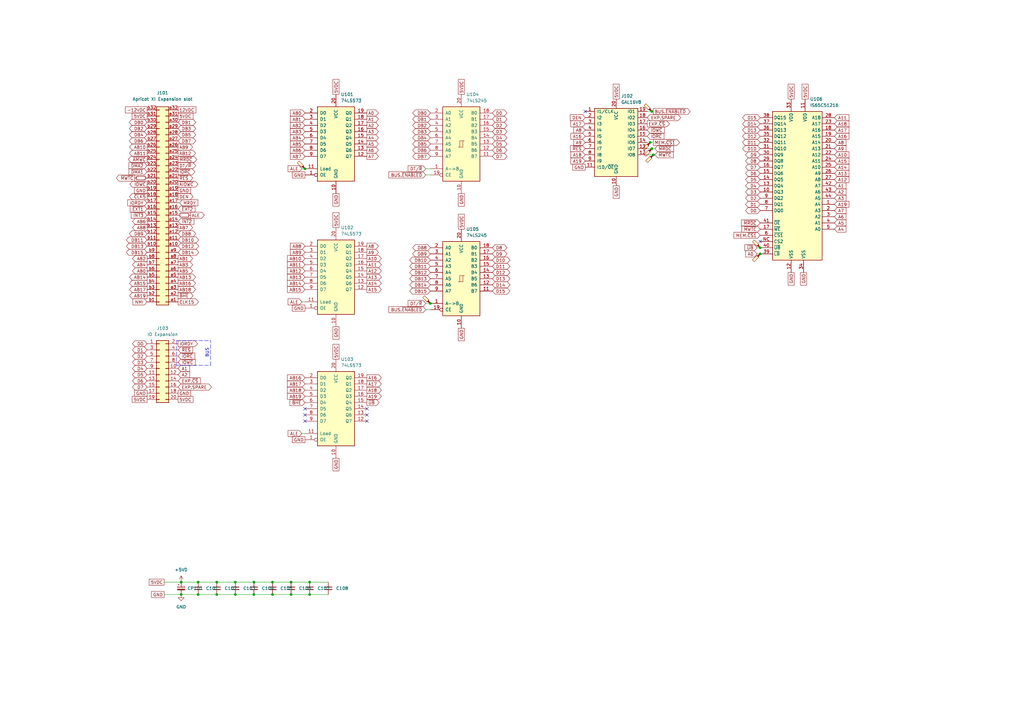
<source format=kicad_sch>
(kicad_sch (version 20211123) (generator eeschema)
  (paper "A3")
  (title_block (title "Apricot Xi Memory and IO Card") (date "2023-04-21") (rev "1.3.2") (company "Atsuko Ito"))
  (junction (at 104.14 238.76))
  (junction (at 311.785 101.6))
  (junction (at 96.52 243.84))
  (junction (at 74.295 243.84))
  (junction (at 119.38 243.84))
  (junction (at 127 243.84))
  (junction (at 267.97 63.5))
  (junction (at 267.335 60.96))
  (junction (at 96.52 238.76))
  (junction (at 88.9 243.84))
  (junction (at 81.28 243.84))
  (junction (at 81.28 238.76))
  (junction (at 176.53 124.46))
  (junction (at 74.295 238.76))
  (junction (at 125.095 69.215))
  (junction (at 88.9 238.76))
  (junction (at 111.76 243.84))
  (junction (at 311.785 104.14))
  (junction (at 119.38 238.76))
  (junction (at 127 238.76))
  (junction (at 266.7 58.42))
  (junction (at 111.76 238.76))
  (junction (at 104.14 243.84))
  (junction (at 267.335 45.72))
  (no_connect (at 125.095 167.64))
  (no_connect (at 125.095 170.18))
  (no_connect (at 125.095 172.72))
  (no_connect (at 150.495 167.64))
  (no_connect (at 150.495 170.18))
  (no_connect (at 150.495 172.72))
  (no_connect (at 311.785 99.06))
  (no_connect (at 240.03 45.72))
  (wire (pts (xy 81.28 243.84) (xy 88.9 243.84)))
  (wire (pts (xy 96.52 238.76) (xy 104.14 238.76)))
  (wire (pts (xy 74.295 238.76) (xy 81.28 238.76)))
  (wire (pts (xy 267.97 45.72) (xy 267.335 45.72)))
  (wire (pts (xy 74.295 243.84) (xy 81.28 243.84)))
  (wire (pts (xy 174.625 71.755) (xy 176.53 71.755)))
  (wire (pts (xy 174.625 124.46) (xy 176.53 124.46)))
  (wire (pts (xy 268.605 63.5) (xy 267.97 63.5)))
  (wire (pts (xy 88.9 238.76) (xy 96.52 238.76)))
  (wire (pts (xy 96.52 243.84) (xy 104.14 243.84)))
  (wire (pts (xy 88.9 243.84) (xy 96.52 243.84)))
  (wire (pts (xy 123.825 123.825) (xy 125.095 123.825)))
  (polyline (pts (xy 86.36 149.86) (xy 86.36 139.7)))
  (wire (pts (xy 265.43 63.5) (xy 267.97 63.5)))
  (wire (pts (xy 119.38 238.76) (xy 127 238.76)))
  (wire (pts (xy 310.515 101.6) (xy 311.785 101.6)))
  (wire (pts (xy 310.515 104.14) (xy 311.785 104.14)))
  (wire (pts (xy 119.38 243.84) (xy 127 243.84)))
  (wire (pts (xy 265.43 60.96) (xy 267.335 60.96)))
  (wire (pts (xy 123.825 69.215) (xy 125.095 69.215)))
  (wire (pts (xy 265.43 45.72) (xy 267.335 45.72)))
  (wire (pts (xy 104.14 238.76) (xy 111.76 238.76)))
  (wire (pts (xy 174.625 127) (xy 176.53 127)))
  (polyline (pts (xy 72.39 149.86) (xy 86.36 149.86)))
  (wire (pts (xy 73.025 83.185) (xy 73.66 83.185)))
  (wire (pts (xy 266.7 58.42) (xy 265.43 58.42)))
  (wire (pts (xy 81.28 238.76) (xy 88.9 238.76)))
  (wire (pts (xy 127 243.84) (xy 134.62 243.84)))
  (wire (pts (xy 127 238.76) (xy 134.62 238.76)))
  (wire (pts (xy 111.76 238.76) (xy 119.38 238.76)))
  (wire (pts (xy 174.625 69.215) (xy 176.53 69.215)))
  (polyline (pts (xy 72.39 139.7) (xy 86.36 139.7)))
  (wire (pts (xy 123.825 177.8) (xy 125.095 177.8)))
  (polyline (pts (xy 72.39 139.7) (xy 72.39 149.86)))
  (wire (pts (xy 268.605 60.96) (xy 267.335 60.96)))
  (wire (pts (xy 111.76 243.84) (xy 119.38 243.84)))
  (wire (pts (xy 267.97 58.42) (xy 266.7 58.42)))
  (wire (pts (xy 67.31 243.84) (xy 74.295 243.84)))
  (wire (pts (xy 67.31 238.76) (xy 74.295 238.76)))
  (wire (pts (xy 104.14 243.84) (xy 111.76 243.84)))
  (text "BUS" (at 85.725 146.685 90) (effects (font (size 1.27 1.27)) (justify left bottom)))
  (global_label "~{EXT2}" (shape input) (at 73.025 85.725 0) (property "Intersheet References" "${INTERSHEET_REFS}" (effects hide)))
  (global_label "DB7" (shape bidirectional) (at 73.025 57.785 0) (property "Intersheet References" "${INTERSHEET_REFS}" (effects hide)))
  (global_label "D14" (shape bidirectional) (at 311.785 50.8 180) (property "Intersheet References" "${INTERSHEET_REFS}" (effects hide)))
  (global_label "~{RES}" (shape input) (at 240.03 60.96 180) (property "Intersheet References" "${INTERSHEET_REFS}" (effects hide)))
  (global_label "A15" (shape output) (at 150.495 118.745 0) (property "Intersheet References" "${INTERSHEET_REFS}" (effects hide)))
  (global_label "5VDC" (shape passive) (at 189.23 93.98 90) (property "Intersheet References" "${INTERSHEET_REFS}" (effects hide)))
  (global_label "~{EXT1}" (shape input) (at 60.325 85.725 180) (property "Intersheet References" "${INTERSHEET_REFS}" (effects hide)))
  (global_label "~{CLK5}" (shape output) (at 60.325 80.645 180) (property "Intersheet References" "${INTERSHEET_REFS}" (effects hide)))
  (global_label "AB15" (shape output) (at 60.325 116.205 180) (property "Intersheet References" "${INTERSHEET_REFS}" (effects hide)))
  (global_label "A11" (shape input) (at 342.265 48.26 0) (property "Intersheet References" "${INTERSHEET_REFS}" (effects hide)))
  (global_label "AB9" (shape input) (at 125.095 103.505 180) (property "Intersheet References" "${INTERSHEET_REFS}" (effects hide)))
  (global_label "D8" (shape bidirectional) (at 201.93 101.6 0) (property "Intersheet References" "${INTERSHEET_REFS}" (effects hide)))
  (global_label "A5" (shape output) (at 150.495 59.055 0) (property "Intersheet References" "${INTERSHEET_REFS}" (effects hide)))
  (global_label "NMI" (shape input) (at 60.325 123.825 180) (property "Intersheet References" "${INTERSHEET_REFS}" (effects hide)))
  (global_label "~{IORC}" (shape output) (at 73.025 70.485 0) (property "Intersheet References" "${INTERSHEET_REFS}" (effects hide)))
  (global_label "D6" (shape bidirectional) (at 311.785 71.12 180) (property "Intersheet References" "${INTERSHEET_REFS}" (effects hide)))
  (global_label "A17" (shape output) (at 150.495 157.48 0) (property "Intersheet References" "${INTERSHEET_REFS}" (effects hide)))
  (global_label "DB2" (shape bidirectional) (at 60.325 52.705 180) (property "Intersheet References" "${INTERSHEET_REFS}" (effects hide)))
  (global_label "DB12" (shape bidirectional) (at 73.025 100.965 0) (property "Intersheet References" "${INTERSHEET_REFS}" (effects hide)))
  (global_label "AB6" (shape output) (at 60.325 90.805 180) (property "Intersheet References" "${INTERSHEET_REFS}" (effects hide)))
  (global_label "IORDY" (shape output) (at 73.025 140.97 0) (property "Intersheet References" "${INTERSHEET_REFS}" (effects hide)))
  (global_label "~{MRDC}" (shape input) (at 268.605 60.96 0) (property "Intersheet References" "${INTERSHEET_REFS}" (effects hide)))
  (global_label "D7" (shape bidirectional) (at 60.325 158.75 180) (property "Intersheet References" "${INTERSHEET_REFS}" (effects hide)))
  (global_label "GND" (shape passive) (at 137.795 133.985 270) (property "Intersheet References" "${INTERSHEET_REFS}" (effects hide)))
  (global_label "D6" (shape bidirectional) (at 201.93 61.595 0) (property "Intersheet References" "${INTERSHEET_REFS}" (effects hide)))
  (global_label "AB16" (shape output) (at 73.025 116.205 0) (property "Intersheet References" "${INTERSHEET_REFS}" (effects hide)))
  (global_label "AB2" (shape input) (at 125.095 51.435 180) (property "Intersheet References" "${INTERSHEET_REFS}" (effects hide)))
  (global_label "A9" (shape input) (at 342.265 60.96 0) (property "Intersheet References" "${INTERSHEET_REFS}" (effects hide)))
  (global_label "AB14" (shape output) (at 60.325 113.665 180) (property "Intersheet References" "${INTERSHEET_REFS}" (effects hide)))
  (global_label "GND" (shape passive) (at 189.23 79.375 270) (property "Intersheet References" "${INTERSHEET_REFS}" (effects hide)))
  (global_label "DB1" (shape bidirectional) (at 73.025 50.165 0) (property "Intersheet References" "${INTERSHEET_REFS}" (effects hide)))
  (global_label "AB3" (shape input) (at 125.095 53.975 180) (property "Intersheet References" "${INTERSHEET_REFS}" (effects hide)))
  (global_label "AB15" (shape input) (at 125.095 118.745 180) (property "Intersheet References" "${INTERSHEET_REFS}" (effects hide)))
  (global_label "AB17" (shape output) (at 60.325 118.745 180) (property "Intersheet References" "${INTERSHEET_REFS}" (effects hide)))
  (global_label "DB11" (shape bidirectional) (at 60.325 98.425 180) (property "Intersheet References" "${INTERSHEET_REFS}" (effects hide)))
  (global_label "AB7" (shape output) (at 73.025 93.345 0) (property "Intersheet References" "${INTERSHEET_REFS}" (effects hide)))
  (global_label "AB4" (shape input) (at 125.095 56.515 180) (property "Intersheet References" "${INTERSHEET_REFS}" (effects hide)))
  (global_label "DB3" (shape bidirectional) (at 176.53 53.975 180) (property "Intersheet References" "${INTERSHEET_REFS}" (effects hide)))
  (global_label "~{BHE}" (shape input) (at 125.095 165.1 180) (property "Intersheet References" "${INTERSHEET_REFS}" (effects hide)))
  (global_label "AB4" (shape output) (at 60.325 108.585 180) (property "Intersheet References" "${INTERSHEET_REFS}" (effects hide)))
  (global_label "DEN" (shape input) (at 240.03 48.26 180) (property "Intersheet References" "${INTERSHEET_REFS}" (effects hide)))
  (global_label "~{DMA2}" (shape input) (at 60.325 67.945 180) (property "Intersheet References" "${INTERSHEET_REFS}" (effects hide)))
  (global_label "D13" (shape bidirectional) (at 311.785 53.34 180) (property "Intersheet References" "${INTERSHEET_REFS}" (effects hide)))
  (global_label "A17" (shape input) (at 342.265 53.34 0) (property "Intersheet References" "${INTERSHEET_REFS}" (effects hide)))
  (global_label "12VDC" (shape passive) (at 73.025 45.085 0) (property "Intersheet References" "${INTERSHEET_REFS}" (effects hide)))
  (global_label "D4" (shape bidirectional) (at 201.93 56.515 0) (property "Intersheet References" "${INTERSHEET_REFS}" (effects hide)))
  (global_label "BUS.~{ENABLED}" (shape output) (at 267.97 45.72 0) (property "Intersheet References" "${INTERSHEET_REFS}" (effects hide)))
  (global_label "BUS.~{ENABLED}" (shape input) (at 174.625 71.755 180) (property "Intersheet References" "${INTERSHEET_REFS}" (effects hide)))
  (global_label "DB15" (shape bidirectional) (at 60.325 103.505 180) (property "Intersheet References" "${INTERSHEET_REFS}" (effects hide)))
  (global_label "~{IORC}" (shape input) (at 265.43 55.88 0) (property "Intersheet References" "${INTERSHEET_REFS}" (effects hide)))
  (global_label "A2" (shape input) (at 342.265 78.74 0) (property "Intersheet References" "${INTERSHEET_REFS}" (effects hide)))
  (global_label "DB4" (shape bidirectional) (at 60.325 55.245 180) (property "Intersheet References" "${INTERSHEET_REFS}" (effects hide)))
  (global_label "GND" (shape passive) (at 60.325 78.105 180) (property "Intersheet References" "${INTERSHEET_REFS}" (effects hide)))
  (global_label "AB5" (shape output) (at 73.025 111.125 0) (property "Intersheet References" "${INTERSHEET_REFS}" (effects hide)))
  (global_label "-12VDC" (shape passive) (at 60.325 45.085 180) (property "Intersheet References" "${INTERSHEET_REFS}" (effects hide)))
  (global_label "AB2" (shape output) (at 60.325 106.045 180) (property "Intersheet References" "${INTERSHEET_REFS}" (effects hide)))
  (global_label "AB1" (shape input) (at 125.095 48.895 180) (property "Intersheet References" "${INTERSHEET_REFS}" (effects hide)))
  (global_label "AB7" (shape input) (at 125.095 64.135 180) (property "Intersheet References" "${INTERSHEET_REFS}" (effects hide)))
  (global_label "DB8" (shape bidirectional) (at 176.53 101.6 180) (property "Intersheet References" "${INTERSHEET_REFS}" (effects hide)))
  (global_label "D7" (shape bidirectional) (at 311.785 68.58 180) (property "Intersheet References" "${INTERSHEET_REFS}" (effects hide)))
  (global_label "D1" (shape bidirectional) (at 311.785 83.82 180) (property "Intersheet References" "${INTERSHEET_REFS}" (effects hide)))
  (global_label "~{RES}" (shape input) (at 73.025 143.51 0) (property "Intersheet References" "${INTERSHEET_REFS}" (effects hide)))
  (global_label "AB1" (shape output) (at 73.025 106.045 0) (property "Intersheet References" "${INTERSHEET_REFS}" (effects hide)))
  (global_label "A12" (shape output) (at 150.495 111.125 0) (property "Intersheet References" "${INTERSHEET_REFS}" (effects hide)))
  (global_label "A17" (shape input) (at 240.03 50.8 180) (property "Intersheet References" "${INTERSHEET_REFS}" (effects hide)))
  (global_label "AB11" (shape output) (at 60.325 62.865 180) (property "Intersheet References" "${INTERSHEET_REFS}" (effects hide)))
  (global_label "MEM.~{CS1}" (shape output) (at 267.97 58.42 0) (property "Intersheet References" "${INTERSHEET_REFS}" (effects hide)))
  (global_label "AB9" (shape output) (at 73.025 60.325 0) (property "Intersheet References" "${INTERSHEET_REFS}" (effects hide)))
  (global_label "D13" (shape bidirectional) (at 201.93 114.3 0) (property "Intersheet References" "${INTERSHEET_REFS}" (effects hide)))
  (global_label "A18" (shape input) (at 342.265 50.8 0) (property "Intersheet References" "${INTERSHEET_REFS}" (effects hide)))
  (global_label "AB3" (shape output) (at 73.025 108.585 0) (property "Intersheet References" "${INTERSHEET_REFS}" (effects hide)))
  (global_label "~{DMA1}" (shape input) (at 60.325 70.485 180) (property "Intersheet References" "${INTERSHEET_REFS}" (effects hide)))
  (global_label "A11" (shape output) (at 150.495 108.585 0) (property "Intersheet References" "${INTERSHEET_REFS}" (effects hide)))
  (global_label "A13" (shape input) (at 342.265 71.12 0) (property "Intersheet References" "${INTERSHEET_REFS}" (effects hide)))
  (global_label "D5" (shape bidirectional) (at 60.325 153.67 180) (property "Intersheet References" "${INTERSHEET_REFS}" (effects hide)))
  (global_label "A1" (shape output) (at 150.495 48.895 0) (property "Intersheet References" "${INTERSHEET_REFS}" (effects hide)))
  (global_label "A14" (shape input) (at 342.265 68.58 0) (property "Intersheet References" "${INTERSHEET_REFS}" (effects hide)))
  (global_label "DB1" (shape bidirectional) (at 176.53 48.895 180) (property "Intersheet References" "${INTERSHEET_REFS}" (effects hide)))
  (global_label "GND" (shape passive) (at 67.31 243.84 180) (property "Intersheet References" "${INTERSHEET_REFS}" (effects hide)))
  (global_label "GND" (shape passive) (at 73.025 78.105 0) (property "Intersheet References" "${INTERSHEET_REFS}" (effects hide)))
  (global_label "GND" (shape passive) (at 125.095 126.365 180) (property "Intersheet References" "${INTERSHEET_REFS}" (effects hide)))
  (global_label "DT{slash}~{R}" (shape input) (at 174.625 69.215 180) (property "Intersheet References" "${INTERSHEET_REFS}" (effects hide)))
  (global_label "5VDC" (shape passive) (at 60.325 163.83 180) (property "Intersheet References" "${INTERSHEET_REFS}" (effects hide)))
  (global_label "DB3" (shape bidirectional) (at 73.025 52.705 0) (property "Intersheet References" "${INTERSHEET_REFS}" (effects hide)))
  (global_label "AB18" (shape input) (at 125.095 160.02 180) (property "Intersheet References" "${INTERSHEET_REFS}" (effects hide)))
  (global_label "D12" (shape bidirectional) (at 201.93 111.76 0) (property "Intersheet References" "${INTERSHEET_REFS}" (effects hide)))
  (global_label "A5" (shape input) (at 342.265 91.44 0) (property "Intersheet References" "${INTERSHEET_REFS}" (effects hide)))
  (global_label "D2" (shape bidirectional) (at 60.325 146.05 180) (property "Intersheet References" "${INTERSHEET_REFS}" (effects hide)))
  (global_label "D0" (shape bidirectional) (at 60.325 140.97 180) (property "Intersheet References" "${INTERSHEET_REFS}" (effects hide)))
  (global_label "~{MRDC}" (shape output) (at 73.025 65.405 0) (property "Intersheet References" "${INTERSHEET_REFS}" (effects hide)))
  (global_label "GND" (shape passive) (at 189.23 134.62 270) (property "Intersheet References" "${INTERSHEET_REFS}" (effects hide)))
  (global_label "~{IORC}" (shape input) (at 73.025 146.05 0) (property "Intersheet References" "${INTERSHEET_REFS}" (effects hide)))
  (global_label "GND" (shape passive) (at 125.095 71.755 180) (property "Intersheet References" "${INTERSHEET_REFS}" (effects hide)))
  (global_label "A9" (shape output) (at 150.495 103.505 0) (property "Intersheet References" "${INTERSHEET_REFS}" (effects hide)))
  (global_label "DB10" (shape bidirectional) (at 73.025 98.425 0) (property "Intersheet References" "${INTERSHEET_REFS}" (effects hide)))
  (global_label "D12" (shape bidirectional) (at 311.785 55.88 180) (property "Intersheet References" "${INTERSHEET_REFS}" (effects hide)))
  (global_label "~{AIOWC}" (shape output) (at 73.025 75.565 0) (property "Intersheet References" "${INTERSHEET_REFS}" (effects hide)))
  (global_label "EXP.SPARE" (shape bidirectional) (at 73.025 158.75 0) (property "Intersheet References" "${INTERSHEET_REFS}" (effects hide)))
  (global_label "D7" (shape bidirectional) (at 201.93 64.135 0) (property "Intersheet References" "${INTERSHEET_REFS}" (effects hide)))
  (global_label "DB9" (shape bidirectional) (at 60.325 95.885 180) (property "Intersheet References" "${INTERSHEET_REFS}" (effects hide)))
  (global_label "~{UB}" (shape input) (at 310.515 101.6 180) (property "Intersheet References" "${INTERSHEET_REFS}" (effects hide)))
  (global_label "D0" (shape bidirectional) (at 201.93 46.355 0) (property "Intersheet References" "${INTERSHEET_REFS}" (effects hide)))
  (global_label "5VDC" (shape passive) (at 73.025 47.625 0) (property "Intersheet References" "${INTERSHEET_REFS}" (effects hide)))
  (global_label "~{MWTC}" (shape output) (at 55.245 73.025 180) (property "Intersheet References" "${INTERSHEET_REFS}" (effects hide)))
  (global_label "A4" (shape output) (at 150.495 56.515 0) (property "Intersheet References" "${INTERSHEET_REFS}" (effects hide)))
  (global_label "DB5" (shape bidirectional) (at 73.025 55.245 0) (property "Intersheet References" "${INTERSHEET_REFS}" (effects hide)))
  (global_label "ALE" (shape input) (at 123.825 123.825 180) (property "Intersheet References" "${INTERSHEET_REFS}" (effects hide)))
  (global_label "D8" (shape bidirectional) (at 311.785 66.04 180) (property "Intersheet References" "${INTERSHEET_REFS}" (effects hide)))
  (global_label "AB19" (shape output) (at 60.325 121.285 180) (property "Intersheet References" "${INTERSHEET_REFS}" (effects hide)))
  (global_label "5VDC" (shape passive) (at 137.795 147.32 90) (property "Intersheet References" "${INTERSHEET_REFS}" (effects hide)))
  (global_label "A13" (shape output) (at 150.495 113.665 0) (property "Intersheet References" "${INTERSHEET_REFS}" (effects hide)))
  (global_label "D2" (shape bidirectional) (at 201.93 51.435 0) (property "Intersheet References" "${INTERSHEET_REFS}" (effects hide)))
  (global_label "A7" (shape input) (at 342.265 86.36 0) (property "Intersheet References" "${INTERSHEET_REFS}" (effects hide)))
  (global_label "A18" (shape input) (at 240.03 63.5 180) (property "Intersheet References" "${INTERSHEET_REFS}" (effects hide)))
  (global_label "DB11" (shape bidirectional) (at 176.53 109.22 180) (property "Intersheet References" "${INTERSHEET_REFS}" (effects hide)))
  (global_label "5VDC" (shape passive) (at 73.025 163.83 0) (property "Intersheet References" "${INTERSHEET_REFS}" (effects hide)))
  (global_label "A7" (shape output) (at 150.495 64.135 0) (property "Intersheet References" "${INTERSHEET_REFS}" (effects hide)))
  (global_label "~{UB}" (shape output) (at 150.495 165.1 0) (property "Intersheet References" "${INTERSHEET_REFS}" (effects hide)))
  (global_label "D10" (shape bidirectional) (at 311.785 60.96 180) (property "Intersheet References" "${INTERSHEET_REFS}" (effects hide)))
  (global_label "~{BHE}" (shape output) (at 73.025 121.285 0) (property "Intersheet References" "${INTERSHEET_REFS}" (effects hide)))
  (global_label "DB10" (shape bidirectional) (at 176.53 106.68 180) (property "Intersheet References" "${INTERSHEET_REFS}" (effects hide)))
  (global_label "MRDY" (shape input) (at 73.66 83.185 0) (property "Intersheet References" "${INTERSHEET_REFS}" (effects hide)))
  (global_label "D10" (shape bidirectional) (at 201.93 106.68 0) (property "Intersheet References" "${INTERSHEET_REFS}" (effects hide)))
  (global_label "ALE" (shape output) (at 78.105 88.265 0) (property "Intersheet References" "${INTERSHEET_REFS}" (effects hide)))
  (global_label "DB14" (shape bidirectional) (at 176.53 116.84 180) (property "Intersheet References" "${INTERSHEET_REFS}" (effects hide)))
  (global_label "DB2" (shape bidirectional) (at 176.53 51.435 180) (property "Intersheet References" "${INTERSHEET_REFS}" (effects hide)))
  (global_label "DB0" (shape bidirectional) (at 176.53 46.355 180) (property "Intersheet References" "${INTERSHEET_REFS}" (effects hide)))
  (global_label "~{AMWC}" (shape output) (at 60.325 65.405 180) (property "Intersheet References" "${INTERSHEET_REFS}" (effects hide)))
  (global_label "AB10" (shape input) (at 125.095 106.045 180) (property "Intersheet References" "${INTERSHEET_REFS}" (effects hide)))
  (global_label "5VDC" (shape passive) (at 60.325 47.625 180) (property "Intersheet References" "${INTERSHEET_REFS}" (effects hide)))
  (global_label "D1" (shape bidirectional) (at 60.325 143.51 180) (property "Intersheet References" "${INTERSHEET_REFS}" (effects hide)))
  (global_label "5VDC" (shape passive) (at 189.23 38.735 90) (property "Intersheet References" "${INTERSHEET_REFS}" (effects hide)))
  (global_label "A16" (shape output) (at 150.495 154.94 0) (property "Intersheet References" "${INTERSHEET_REFS}" (effects hide)))
  (global_label "AB16" (shape input) (at 125.095 154.94 180) (property "Intersheet References" "${INTERSHEET_REFS}" (effects hide)))
  (global_label "A18" (shape output) (at 150.495 160.02 0) (property "Intersheet References" "${INTERSHEET_REFS}" (effects hide)))
  (global_label "AB10" (shape output) (at 60.325 60.325 180) (property "Intersheet References" "${INTERSHEET_REFS}" (effects hide)))
  (global_label "5VDC" (shape passive) (at 324.485 40.64 90) (property "Intersheet References" "${INTERSHEET_REFS}" (effects hide)))
  (global_label "GND" (shape passive) (at 252.73 76.2 270) (property "Intersheet References" "${INTERSHEET_REFS}" (effects hide)))
  (global_label "D3" (shape bidirectional) (at 201.93 53.975 0) (property "Intersheet References" "${INTERSHEET_REFS}" (effects hide)))
  (global_label "A19" (shape output) (at 150.495 162.56 0) (property "Intersheet References" "${INTERSHEET_REFS}" (effects hide)))
  (global_label "~{INT3}" (shape input) (at 60.325 88.265 180) (property "Intersheet References" "${INTERSHEET_REFS}" (effects hide)))
  (global_label "MEM.~{CS1}" (shape input) (at 311.785 96.52 180) (property "Intersheet References" "${INTERSHEET_REFS}" (effects hide)))
  (global_label "DB9" (shape bidirectional) (at 176.53 104.14 180) (property "Intersheet References" "${INTERSHEET_REFS}" (effects hide)))
  (global_label "AB19" (shape input) (at 125.095 162.56 180) (property "Intersheet References" "${INTERSHEET_REFS}" (effects hide)))
  (global_label "A19" (shape input) (at 240.03 66.04 180) (property "Intersheet References" "${INTERSHEET_REFS}" (effects hide)))
  (global_label "A8" (shape input) (at 240.03 53.34 180) (property "Intersheet References" "${INTERSHEET_REFS}" (effects hide)))
  (global_label "AB12" (shape input) (at 125.095 111.125 180) (property "Intersheet References" "${INTERSHEET_REFS}" (effects hide)))
  (global_label "AB17" (shape input) (at 125.095 157.48 180) (property "Intersheet References" "${INTERSHEET_REFS}" (effects hide)))
  (global_label "D5" (shape bidirectional) (at 311.785 73.66 180) (property "Intersheet References" "${INTERSHEET_REFS}" (effects hide)))
  (global_label "A1" (shape input) (at 342.265 76.2 0) (property "Intersheet References" "${INTERSHEET_REFS}" (effects hide)))
  (global_label "A0" (shape output) (at 150.495 46.355 0) (property "Intersheet References" "${INTERSHEET_REFS}" (effects hide)))
  (global_label "DB8" (shape bidirectional) (at 73.025 95.885 0) (property "Intersheet References" "${INTERSHEET_REFS}" (effects hide)))
  (global_label "A8" (shape input) (at 342.265 58.42 0) (property "Intersheet References" "${INTERSHEET_REFS}" (effects hide)))
  (global_label "5VDC" (shape passive) (at 137.795 38.735 90) (property "Intersheet References" "${INTERSHEET_REFS}" (effects hide)))
  (global_label "AB14" (shape input) (at 125.095 116.205 180) (property "Intersheet References" "${INTERSHEET_REFS}" (effects hide)))
  (global_label "AB13" (shape output) (at 73.025 113.665 0) (property "Intersheet References" "${INTERSHEET_REFS}" (effects hide)))
  (global_label "~{MRDC}" (shape input) (at 311.785 91.44 180) (property "Intersheet References" "${INTERSHEET_REFS}" (effects hide)))
  (global_label "~{MWTC}" (shape input) (at 311.785 93.98 180) (property "Intersheet References" "${INTERSHEET_REFS}" (effects hide)))
  (global_label "GND" (shape passive) (at 329.565 111.76 270) (property "Intersheet References" "${INTERSHEET_REFS}" (effects hide)))
  (global_label "A0" (shape input) (at 310.515 104.14 180) (property "Intersheet References" "${INTERSHEET_REFS}" (effects hide)))
  (global_label "AB0" (shape output) (at 60.325 111.125 180) (property "Intersheet References" "${INTERSHEET_REFS}" (effects hide)))
  (global_label "A1" (shape input) (at 73.025 151.13 0) (property "Intersheet References" "${INTERSHEET_REFS}" (effects hide)))
  (global_label "AB8" (shape output) (at 60.325 93.345 180) (property "Intersheet References" "${INTERSHEET_REFS}" (effects hide)))
  (global_label "DB7" (shape bidirectional) (at 176.53 64.135 180) (property "Intersheet References" "${INTERSHEET_REFS}" (effects hide)))
  (global_label "~{IOWC}" (shape output) (at 60.325 75.565 180) (property "Intersheet References" "${INTERSHEET_REFS}" (effects hide)))
  (global_label "D9" (shape bidirectional) (at 311.785 63.5 180) (property "Intersheet References" "${INTERSHEET_REFS}" (effects hide)))
  (global_label "D15" (shape bidirectional) (at 201.93 119.38 0) (property "Intersheet References" "${INTERSHEET_REFS}" (effects hide)))
  (global_label "A12" (shape input) (at 342.265 73.66 0) (property "Intersheet References" "${INTERSHEET_REFS}" (effects hide)))
  (global_label "AB8" (shape input) (at 125.095 100.965 180) (property "Intersheet References" "${INTERSHEET_REFS}" (effects hide)))
  (global_label "A6" (shape input) (at 342.265 88.9 0) (property "Intersheet References" "${INTERSHEET_REFS}" (effects hide)))
  (global_label "A9" (shape input) (at 240.03 58.42 180) (property "Intersheet References" "${INTERSHEET_REFS}" (effects hide)))
  (global_label "DB13" (shape bidirectional) (at 176.53 114.3 180) (property "Intersheet References" "${INTERSHEET_REFS}" (effects hide)))
  (global_label "GND" (shape passive) (at 240.03 68.58 180) (property "Intersheet References" "${INTERSHEET_REFS}" (effects hide)))
  (global_label "~{RES}" (shape output) (at 73.025 73.025 0) (property "Intersheet References" "${INTERSHEET_REFS}" (effects hide)))
  (global_label "AB5" (shape input) (at 125.095 59.055 180) (property "Intersheet References" "${INTERSHEET_REFS}" (effects hide)))
  (global_label "AB18" (shape output) (at 73.025 118.745 0) (property "Intersheet References" "${INTERSHEET_REFS}" (effects hide)))
  (global_label "A10" (shape input) (at 342.265 63.5 0) (property "Intersheet References" "${INTERSHEET_REFS}" (effects hide)))
  (global_label "D5" (shape bidirectional) (at 201.93 59.055 0) (property "Intersheet References" "${INTERSHEET_REFS}" (effects hide)))
  (global_label "A15" (shape input) (at 342.265 66.04 0) (property "Intersheet References" "${INTERSHEET_REFS}" (effects hide)))
  (global_label "~{IOWC}" (shape input) (at 73.025 148.59 0) (property "Intersheet References" "${INTERSHEET_REFS}" (effects hide)))
  (global_label "A6" (shape output) (at 150.495 61.595 0) (property "Intersheet References" "${INTERSHEET_REFS}" (effects hide)))
  (global_label "DB13" (shape bidirectional) (at 60.325 100.965 180) (property "Intersheet References" "${INTERSHEET_REFS}" (effects hide)))
  (global_label "EXP.~{CS}" (shape output) (at 265.43 50.8 0) (property "Intersheet References" "${INTERSHEET_REFS}" (effects hide)))
  (global_label "DB15" (shape bidirectional) (at 176.53 119.38 180) (property "Intersheet References" "${INTERSHEET_REFS}" (effects hide)))
  (global_label "A3" (shape input) (at 342.265 81.28 0) (property "Intersheet References" "${INTERSHEET_REFS}" (effects hide)))
  (global_label "A2" (shape input) (at 73.025 153.67 0) (property "Intersheet References" "${INTERSHEET_REFS}" (effects hide)))
  (global_label "ALE" (shape input) (at 123.825 69.215 180) (property "Intersheet References" "${INTERSHEET_REFS}" (effects hide)))
  (global_label "5VDC" (shape passive) (at 252.73 40.64 90) (property "Intersheet References" "${INTERSHEET_REFS}" (effects hide)))
  (global_label "D1" (shape bidirectional) (at 201.93 48.895 0) (property "Intersheet References" "${INTERSHEET_REFS}" (effects hide)))
  (global_label "DT{slash}~{R}" (shape output) (at 73.025 67.945 0) (property "Intersheet References" "${INTERSHEET_REFS}" (effects hide)))
  (global_label "~{IOWC}" (shape input) (at 265.43 53.34 0) (property "Intersheet References" "${INTERSHEET_REFS}" (effects hide)))
  (global_label "DEN" (shape output) (at 73.025 80.645 0) (property "Intersheet References" "${INTERSHEET_REFS}" (effects hide)))
  (global_label "DB5" (shape bidirectional) (at 176.53 59.055 180) (property "Intersheet References" "${INTERSHEET_REFS}" (effects hide)))
  (global_label "D4" (shape bidirectional) (at 60.325 151.13 180) (property "Intersheet References" "${INTERSHEET_REFS}" (effects hide)))
  (global_label "GND" (shape passive) (at 324.485 111.76 270) (property "Intersheet References" "${INTERSHEET_REFS}" (effects hide)))
  (global_label "AB13" (shape input) (at 125.095 113.665 180) (property "Intersheet References" "${INTERSHEET_REFS}" (effects hide)))
  (global_label "D4" (shape bidirectional) (at 311.785 76.2 180) (property "Intersheet References" "${INTERSHEET_REFS}" (effects hide)))
  (global_label "GND" (shape passive) (at 60.325 161.29 180) (property "Intersheet References" "${INTERSHEET_REFS}" (effects hide)))
  (global_label "DB0" (shape bidirectional) (at 60.325 50.165 180) (property "Intersheet References" "${INTERSHEET_REFS}" (effects hide)))
  (global_label "DB14" (shape bidirectional) (at 73.025 103.505 0) (property "Intersheet References" "${INTERSHEET_REFS}" (effects hide)))
  (global_label "IORDY" (shape input) (at 60.325 83.185 180) (property "Intersheet References" "${INTERSHEET_REFS}" (effects hide)))
  (global_label "A16" (shape input) (at 240.03 55.88 180) (property "Intersheet References" "${INTERSHEET_REFS}" (effects hide)))
  (global_label "AB11" (shape input) (at 125.095 108.585 180) (property "Intersheet References" "${INTERSHEET_REFS}" (effects hide)))
  (global_label "EXP.~{CS}" (shape input) (at 73.025 156.21 0) (property "Intersheet References" "${INTERSHEET_REFS}" (effects hide)))
  (global_label "5VDC" (shape passive) (at 137.795 93.345 90) (property "Intersheet References" "${INTERSHEET_REFS}" (effects hide)))
  (global_label "D9" (shape bidirectional) (at 201.93 104.14 0) (property "Intersheet References" "${INTERSHEET_REFS}" (effects hide)))
  (global_label "DB6" (shape bidirectional) (at 176.53 61.595 180) (property "Intersheet References" "${INTERSHEET_REFS}" (effects hide)))
  (global_label "EXP.SPARE" (shape bidirectional) (at 265.43 48.26 0) (property "Intersheet References" "${INTERSHEET_REFS}" (effects hide)))
  (global_label "D2" (shape bidirectional) (at 311.785 81.28 180) (property "Intersheet References" "${INTERSHEET_REFS}" (effects hide)))
  (global_label "A3" (shape output) (at 150.495 53.975 0) (property "Intersheet References" "${INTERSHEET_REFS}" (effects hide)))
  (global_label "D0" (shape bidirectional) (at 311.785 86.36 180) (property "Intersheet References" "${INTERSHEET_REFS}" (effects hide)))
  (global_label "DB4" (shape bidirectional) (at 176.53 56.515 180) (property "Intersheet References" "${INTERSHEET_REFS}" (effects hide)))
  (global_label "D14" (shape bidirectional) (at 201.93 116.84 0) (property "Intersheet References" "${INTERSHEET_REFS}" (effects hide)))
  (global_label "D11" (shape bidirectional) (at 201.93 109.22 0) (property "Intersheet References" "${INTERSHEET_REFS}" (effects hide)))
  (global_label "D15" (shape bidirectional) (at 311.785 48.26 180) (property "Intersheet References" "${INTERSHEET_REFS}" (effects hide)))
  (global_label "A19" (shape input) (at 342.265 83.82 0) (property "Intersheet References" "${INTERSHEET_REFS}" (effects hide)))
  (global_label "DB6" (shape bidirectional) (at 60.325 57.785 180) (property "Intersheet References" "${INTERSHEET_REFS}" (effects hide)))
  (global_label "BUS.~{ENABLED}" (shape input) (at 174.625 127 180) (property "Intersheet References" "${INTERSHEET_REFS}" (effects hide)))
  (global_label "5VDC" (shape passive) (at 330.2 40.64 90) (property "Intersheet References" "${INTERSHEET_REFS}" (effects hide)))
  (global_label "AB6" (shape input) (at 125.095 61.595 180) (property "Intersheet References" "${INTERSHEET_REFS}" (effects hide)))
  (global_label "GND" (shape passive) (at 125.095 180.34 180) (property "Intersheet References" "${INTERSHEET_REFS}" (effects hide)))
  (global_label "A16" (shape input) (at 342.265 55.88 0) (property "Intersheet References" "${INTERSHEET_REFS}" (effects hide)))
  (global_label "GND" (shape passive) (at 137.795 79.375 270) (property "Intersheet References" "${INTERSHEET_REFS}" (effects hide)))
  (global_label "ALE" (shape input) (at 123.825 177.8 180) (property "Intersheet References" "${INTERSHEET_REFS}" (effects hide)))
  (global_label "DT{slash}~{R}" (shape input) (at 174.625 124.46 180) (property "Intersheet References" "${INTERSHEET_REFS}" (effects hide)))
  (global_label "~{INT2}" (shape input) (at 73.025 90.805 0) (property "Intersheet References" "${INTERSHEET_REFS}" (effects hide)))
  (global_label "AB0" (shape input) (at 125.095 46.355 180) (property "Intersheet References" "${INTERSHEET_REFS}" (effects hide)))
  (global_label "A8" (shape output) (at 150.495 100.965 0) (property "Intersheet References" "${INTERSHEET_REFS}" (effects hide)))
  (global_label "D3" (shape bidirectional) (at 311.785 78.74 180) (property "Intersheet References" "${INTERSHEET_REFS}" (effects hide)))
  (global_label "DB12" (shape bidirectional) (at 176.53 111.76 180) (property "Intersheet References" "${INTERSHEET_REFS}" (effects hide)))
  (global_label "D11" (shape bidirectional) (at 311.785 58.42 180) (property "Intersheet References" "${INTERSHEET_REFS}" (effects hide)))
  (global_label "D6" (shape bidirectional) (at 60.325 156.21 180) (property "Intersheet References" "${INTERSHEET_REFS}" (effects hide)))
  (global_label "5VDC" (shape passive) (at 67.31 238.76 180) (property "Intersheet References" "${INTERSHEET_REFS}" (effects hide)))
  (global_label "A4" (shape input) (at 342.265 93.98 0) (property "Intersheet References" "${INTERSHEET_REFS}" (effects hide)))
  (global_label "A10" (shape output) (at 150.495 106.045 0) (property "Intersheet References" "${INTERSHEET_REFS}" (effects hide)))
  (global_label "~{MWTC}" (shape input) (at 268.605 63.5 0) (property "Intersheet References" "${INTERSHEET_REFS}" (effects hide)))
  (global_label "A2" (shape output) (at 150.495 51.435 0) (property "Intersheet References" "${INTERSHEET_REFS}" (effects hide)))
  (global_label "CLK15" (shape output) (at 73.025 123.825 0) (property "Intersheet References" "${INTERSHEET_REFS}" (effects hide)))
  (global_label "GND" (shape passive) (at 73.025 161.29 0) (property "Intersheet References" "${INTERSHEET_REFS}" (effects hide)))
  (global_label "A14" (shape output) (at 150.495 116.205 0) (property "Intersheet References" "${INTERSHEET_REFS}" (effects hide)))
  (global_label "D3" (shape bidirectional) (at 60.325 148.59 180) (property "Intersheet References" "${INTERSHEET_REFS}" (effects hide)))
  (global_label "AB12" (shape output) (at 73.025 62.865 0) (property "Intersheet References" "${INTERSHEET_REFS}" (effects hide)))
  (global_label "GND" (shape passive) (at 137.795 187.96 270) (property "Intersheet References" "${INTERSHEET_REFS}" (effects hide)))
  (symbol (lib_id "Logic_Programmable:GAL16V8") (at 252.73 58.42 0) (unit 1)
    (property "Reference" "J102" (at 254.7494 39.37 0) (effects (justify left)))
    (property "Value" "GAL16V8" (at 254.7494 41.91 0) (effects (justify left)))
    (property "Footprint" "Package_DIP:DIP-20_W7.62mm_Socket" (effects hide))
  )
  (symbol (lib_id "Connector:TestPoint_Probe") (at 125.095 69.215 90) (unit 1) (in_bom no)
    (property "Reference" "TP101" (effects hide))
    (property "Value" "ALE" (effects hide))
    (property "Footprint" "TestPoint:TestPoint_Pad_1.0x1.0mm" (effects hide))
  )
  (symbol (lib_id "Connector:TestPoint_Probe") (at 311.785 104.14 180) (unit 1) (in_bom no)
    (property "Reference" "TP109" (effects hide))
    (property "Value" "A0" (effects hide))
    (property "Footprint" "TestPoint:TestPoint_Pad_1.0x1.0mm" (effects hide))
  )
  (symbol (lib_id "Connector:TestPoint_Probe") (at 267.335 45.72 90) (unit 1) (in_bom no)
    (property "Reference" "TP105" (effects hide))
    (property "Value" "~{BEN}" (effects hide))
    (property "Footprint" "TestPoint:TestPoint_Pad_1.0x1.0mm" (effects hide))
  )
  (symbol (lib_id "74xx:74LS573") (at 137.795 59.055 0) (unit 1)
    (property "Reference" "U101" (at 139.8144 38.735 0) (effects (justify left)))
    (property "Value" "74LS573" (at 139.8144 41.275 0) (effects (justify left)))
    (property "Footprint" "Package_SO:SOIC-20W_7.5x12.8mm_P1.27mm" (effects hide))
    (property "Datasheet" "74xx/74hc573.pdf" (effects hide))
    (property "Manufacturer_Part_Number" "74VHCT573AFT" (effects hide))
    (property "RS Part Number" "171-3540" (effects hide))
  )
  (symbol (lib_id "Connector:TestPoint_Probe") (at 267.335 60.96 180) (unit 1) (in_bom no)
    (property "Reference" "TP104" (effects hide))
    (property "Value" "~{MRDC}" (effects hide))
    (property "Footprint" "TestPoint:TestPoint_Pad_1.0x1.0mm" (effects hide))
  )
  (symbol (lib_id "Device:C_Small") (at 134.62 241.3 0) (unit 1)
    (property "Reference" "C108" (at 137.795 241.3062 0) (effects (justify left)))
    (property "Value" "1uF PWR" (effects hide))
    (property "Footprint" "Capacitor_SMD:C_1206_3216Metric_Pad1.33x1.80mm_HandSolder" (effects hide))
    (property "Mouser Part Number" "80-C1206X104G4HACTU" (effects hide))
  )
  (symbol (lib_id "Device:C_Small") (at 81.28 241.3 0) (unit 1)
    (property "Reference" "C101" (at 84.455 241.3062 0) (effects (justify left)))
    (property "Value" "1uF PWR" (effects hide))
    (property "Footprint" "Capacitor_SMD:C_1206_3216Metric_Pad1.33x1.80mm_HandSolder" (effects hide))
    (property "Mouser Part Number" "80-C1206X104G4HACTU" (effects hide))
  )
  (symbol (lib_id "Device:R_Small") (at 57.785 73.025 90) (unit 1)
    (property "Reference" "R101" (effects hide))
    (property "Value" "~{MWTC}" (effects hide))
    (property "Footprint" "Resistor_SMD:R_0603_1608Metric_Pad0.98x0.95mm_HandSolder" (effects hide))
  )
  (symbol (lib_id "Device:C_Small") (at 127 241.3 0) (unit 1)
    (property "Reference" "C107" (at 130.175 241.3062 0) (effects (justify left)))
    (property "Value" "1uF PWR" (effects hide))
    (property "Footprint" "Capacitor_SMD:C_1206_3216Metric_Pad1.33x1.80mm_HandSolder" (effects hide))
    (property "Mouser Part Number" "80-C1206X104G4HACTU" (effects hide))
  )
  (symbol (lib_id "Connector_Generic:Conn_02x32_Row_Letter_First") (at 67.945 85.725 180) (unit 1)
    (property "Reference" "J101" (at 66.675 38.1 0))
    (property "Value" "Apricot XI Expansion slot" (at 66.675 40.64 0))
    (property "Footprint" "Connector_DIN:DIN41612_B_2x32_Male_Horizontal_THT" (effects hide))
  )
  (symbol (lib_id "Device:C_Small") (at 104.14 241.3 0) (unit 1)
    (property "Reference" "C104" (at 107.315 241.3062 0) (effects (justify left)))
    (property "Value" "1uF PWR" (effects hide))
    (property "Footprint" "Capacitor_SMD:C_1206_3216Metric_Pad1.33x1.80mm_HandSolder" (effects hide))
    (property "Mouser Part Number" "80-C1206X104G4HACTU" (effects hide))
  )
  (symbol (lib_id "Device:C_Small") (at 96.52 241.3 0) (unit 1)
    (property "Reference" "C103" (at 99.695 241.3062 0) (effects (justify left)))
    (property "Value" "1uF PWR" (effects hide))
    (property "Footprint" "Capacitor_SMD:C_1206_3216Metric_Pad1.33x1.80mm_HandSolder" (effects hide))
    (property "Mouser Part Number" "80-C1206X104G4HACTU" (effects hide))
  )
  (symbol (lib_id "IS65C51216:IS65C51216") (at 327.025 76.2 0) (unit 1)
    (property "Reference" "U106" (at 332.2194 40.64 0) (effects (justify left)))
    (property "Value" "IS65C51216" (at 332.2194 43.18 0) (effects (justify left)))
    (property "Footprint" "Package_SO:TSOP-II-44_10.16x18.41mm_P0.8mm" (effects hide))
    (property "Datasheet" "https://www.mouser.co.uk/datasheet/2/198/62-65C51216AL-258438.pdf" (effects hide))
  )
  (symbol (lib_id "Connector:TestPoint_Probe") (at 266.7 58.42 180) (unit 1) (in_bom no)
    (property "Reference" "TP103" (effects hide))
    (property "Value" "~{MEMCS}" (effects hide))
    (property "Footprint" "TestPoint:TestPoint_Pad_1.0x1.0mm" (effects hide))
  )
  (symbol (lib_id "Connector:TestPoint_Probe") (at 267.97 63.5 180) (unit 1) (in_bom no)
    (property "Reference" "TP107" (effects hide))
    (property "Value" "~{MWTC}" (effects hide))
    (property "Footprint" "TestPoint:TestPoint_Pad_1.0x1.0mm" (effects hide))
  )
  (symbol (lib_id "Connector:TestPoint_Probe") (at 311.785 101.6 90) (unit 1) (in_bom no)
    (property "Reference" "TP108" (effects hide))
    (property "Value" "~{BHE}" (effects hide))
    (property "Footprint" "TestPoint:TestPoint_Pad_1.0x1.0mm" (effects hide))
  )
  (symbol (lib_id "74xx:74LS245") (at 189.23 59.055 0) (unit 1)
    (property "Reference" "U104" (at 191.2494 38.735 0) (effects (justify left)))
    (property "Value" "74LS245" (at 191.2494 41.275 0) (effects (justify left)))
    (property "Footprint" "Package_SO:SOIC-20W_7.5x12.8mm_P1.27mm" (effects hide))
    (property "Datasheet" "https://www.mouser.co.uk/datasheet/2/308/1/MC74HCT245A_D-2315802.pdf" (effects hide))
    (property "Manufacturer_Name" "Texas Instruments" (effects hide))
    (property "Manufacturer_Part_Number" "MC74HCT245ADWG" (effects hide))
    (property "Mouser Part Number" "863-MC74HCT245ADWG" (effects hide))
  )
  (symbol (lib_id "Device:C_Polarized_Small") (at 74.295 241.3 0) (unit 1)
    (property "Reference" "CP101" (at 76.835 241.3 0) (effects (justify left)))
    (property "Value" "PPWR" (effects hide))
    (property "Footprint" "Capacitor_Tantalum_SMD:CP_EIA-7343-31_Kemet-D" (effects hide))
    (property "Mouser Part Number" "667-EEF-CS1D100R" (effects hide))
  )
  (symbol (lib_id "74xx:74LS573") (at 137.795 167.64 0) (unit 1)
    (property "Reference" "U103" (at 139.8144 147.32 0) (effects (justify left)))
    (property "Value" "74LS573" (at 139.8144 149.86 0) (effects (justify left)))
    (property "Footprint" "Package_SO:SOIC-20W_7.5x12.8mm_P1.27mm" (effects hide))
    (property "Datasheet" "74xx/74hc573.pdf" (effects hide))
    (property "Manufacturer_Part_Number" "74VHCT573AFT" (effects hide))
    (property "RS Part Number" "171-3540" (effects hide))
  )
  (symbol (lib_id "Device:R_Small") (at 75.565 88.265 90) (unit 1)
    (property "Reference" "R102" (effects hide))
    (property "Value" "ALE" (effects hide))
    (property "Footprint" "Resistor_SMD:R_0603_1608Metric_Pad0.98x0.95mm_HandSolder" (effects hide))
  )
  (symbol (lib_id "Connector:TestPoint_Probe") (at 176.53 124.46 90) (unit 1) (in_bom no)
    (property "Reference" "TP106" (effects hide))
    (property "Value" "DT/~{R}" (effects hide))
    (property "Footprint" "TestPoint:TestPoint_Pad_1.0x1.0mm" (effects hide))
  )
  (symbol (lib_id "Device:C_Small") (at 111.76 241.3 0) (unit 1)
    (property "Reference" "C105" (at 114.935 241.3062 0) (effects (justify left)))
    (property "Value" "1uF PWR" (effects hide))
    (property "Footprint" "Capacitor_SMD:C_1206_3216Metric_Pad1.33x1.80mm_HandSolder" (effects hide))
    (property "Mouser Part Number" "80-C1206X104G4HACTU" (effects hide))
  )
  (symbol (lib_id "74xx:74LS245") (at 189.23 114.3 0) (unit 1)
    (property "Reference" "U105" (at 191.2494 93.98 0) (effects (justify left)))
    (property "Value" "74LS245" (at 191.2494 96.52 0) (effects (justify left)))
    (property "Footprint" "Package_SO:SOIC-20W_7.5x12.8mm_P1.27mm" (effects hide))
    (property "Datasheet" "https://www.mouser.co.uk/datasheet/2/308/1/MC74HCT245A_D-2315802.pdf" (effects hide))
    (property "Manufacturer_Name" "Texas Instruments" (effects hide))
    (property "Manufacturer_Part_Number" "MC74HCT245ADWG" (effects hide))
    (property "Mouser Part Number" "863-MC74HCT245ADWG" (effects hide))
  )
  (symbol (lib_id "power:+5VD") (at 74.295 238.76 0) (unit 1)
    (property "Reference" "#PWR0102" (effects hide))
    (property "Value" "+5VD" (at 74.295 233.68 0))
  )
  (symbol (lib_id "Device:C_Small") (at 88.9 241.3 0) (unit 1)
    (property "Reference" "C102" (at 92.075 241.3062 0) (effects (justify left)))
    (property "Value" "1uF PWR" (effects hide))
    (property "Footprint" "Capacitor_SMD:C_1206_3216Metric_Pad1.33x1.80mm_HandSolder" (effects hide))
    (property "Mouser Part Number" "80-C1206X104G4HACTU" (effects hide))
  )
  (symbol (lib_id "Connector_Generic:Conn_02x10_Odd_Even") (at 65.405 151.13 0) (unit 1)
    (property "Reference" "J103" (at 66.675 134.62 0))
    (property "Value" "IO Expansion" (at 66.675 137.16 0))
    (property "Footprint" "Connector_PinHeader_2.54mm:PinHeader_2x10_P2.54mm_Horizontal" (effects hide))
  )
  (symbol (lib_id "Device:C_Small") (at 119.38 241.3 0) (unit 1)
    (property "Reference" "C106" (at 122.555 241.3062 0) (effects (justify left)))
    (property "Value" "1uF PWR" (effects hide))
    (property "Footprint" "Capacitor_SMD:C_1206_3216Metric_Pad1.33x1.80mm_HandSolder" (effects hide))
    (property "Mouser Part Number" "80-C1206X104G4HACTU" (effects hide))
  )
  (symbol (lib_id "power:GND") (at 74.295 243.84 0) (unit 1)
    (property "Reference" "#PWR0101" (effects hide))
    (property "Value" "GND" (at 74.295 248.92 0))
  )
  (symbol (lib_id "74xx:74LS573") (at 137.795 113.665 0) (unit 1)
    (property "Reference" "U102" (at 139.8144 93.345 0) (effects (justify left)))
    (property "Value" "74LS573" (at 139.8144 95.885 0) (effects (justify left)))
    (property "Footprint" "Package_SO:SOIC-20W_7.5x12.8mm_P1.27mm" (effects hide))
    (property "Datasheet" "74xx/74hc573.pdf" (effects hide))
    (property "Manufacturer_Part_Number" "74VHCT573AFT" (effects hide))
    (property "RS Part Number" "171-3540" (effects hide))
  )
)
</source>
